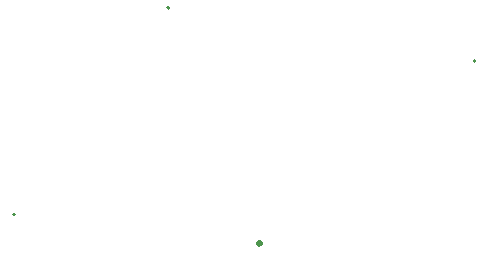
<source format=gbr>
%TF.GenerationSoftware,KiCad,Pcbnew,8.0.0*%
%TF.CreationDate,2024-03-24T21:45:21+02:00*%
%TF.ProjectId,pcb,7063622e-6b69-4636-9164-5f7063625858,rev?*%
%TF.SameCoordinates,Original*%
%TF.FileFunction,Other,Comment*%
%FSLAX46Y46*%
G04 Gerber Fmt 4.6, Leading zero omitted, Abs format (unit mm)*
G04 Created by KiCad (PCBNEW 8.0.0) date 2024-03-24 21:45:21*
%MOMM*%
%LPD*%
G01*
G04 APERTURE LIST*
%ADD10C,0.200000*%
%ADD11C,0.300000*%
G04 APERTURE END LIST*
D10*
%TO.C,Q4*%
X129000000Y-89460000D02*
G75*
G02*
X128800000Y-89460000I-100000J0D01*
G01*
X128800000Y-89460000D02*
G75*
G02*
X129000000Y-89460000I100000J0D01*
G01*
%TO.C,Q1*%
X142050000Y-71960000D02*
G75*
G02*
X141850000Y-71960000I-100000J0D01*
G01*
X141850000Y-71960000D02*
G75*
G02*
X142050000Y-71960000I100000J0D01*
G01*
%TO.C,Q2*%
X168000000Y-76460000D02*
G75*
G02*
X167800000Y-76460000I-100000J0D01*
G01*
X167800000Y-76460000D02*
G75*
G02*
X168000000Y-76460000I100000J0D01*
G01*
D11*
%TO.C,U7*%
X149840000Y-91900000D02*
G75*
G02*
X149540000Y-91900000I-150000J0D01*
G01*
X149540000Y-91900000D02*
G75*
G02*
X149840000Y-91900000I150000J0D01*
G01*
%TD*%
M02*

</source>
